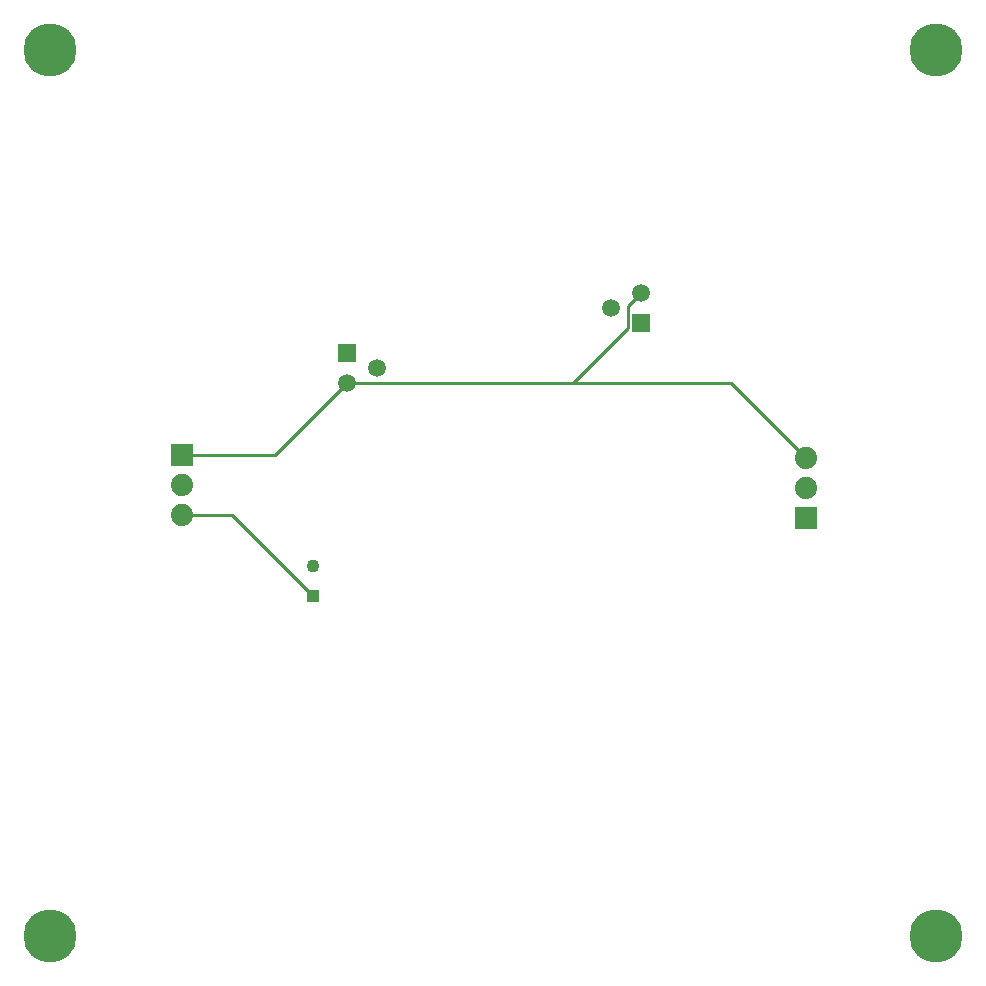
<source format=gbr>
G04*
G04 #@! TF.GenerationSoftware,Altium Limited,Altium Designer,24.2.2 (26)*
G04*
G04 Layer_Physical_Order=2*
G04 Layer_Color=16711680*
%FSLAX45Y45*%
%MOMM*%
G71*
G04*
G04 #@! TF.SameCoordinates,7AAD8A9D-A8BC-4A06-A169-5CC17A717069*
G04*
G04*
G04 #@! TF.FilePolarity,Positive*
G04*
G01*
G75*
%ADD14C,0.25400*%
%ADD28R,1.49860X1.49860*%
%ADD29C,1.49860*%
%ADD30R,1.87960X1.87960*%
%ADD31C,1.87960*%
%ADD32R,1.10000X1.10000*%
%ADD33C,1.10000*%
%ADD34C,4.50000*%
D14*
X11498580Y10579100D02*
X12839700D01*
X8191500Y9461500D02*
X8610600D01*
X9296400Y8775700D01*
X12839700Y10579100D02*
X13474699Y9944100D01*
X8191500Y9969500D02*
X8978900D01*
X9588500Y10579100D01*
X11498580D01*
X11963400Y11043920D01*
Y11226800D01*
X12077700Y11341100D01*
D28*
X9588500Y10833100D02*
D03*
X12077700Y11087100D02*
D03*
D29*
X9842500Y10706100D02*
D03*
X9588500Y10579100D02*
D03*
X11823700Y11214100D02*
D03*
X12077700Y11341100D02*
D03*
D30*
X8191500Y9969500D02*
D03*
X13474699Y9436100D02*
D03*
D31*
X8191500Y9715500D02*
D03*
Y9461500D02*
D03*
X13474699Y9690100D02*
D03*
Y9944100D02*
D03*
D32*
X9296400Y8775700D02*
D03*
D33*
Y9025702D02*
D03*
D34*
X14571599Y5895848D02*
D03*
Y13395848D02*
D03*
X7071599Y5895848D02*
D03*
Y13395848D02*
D03*
M02*

</source>
